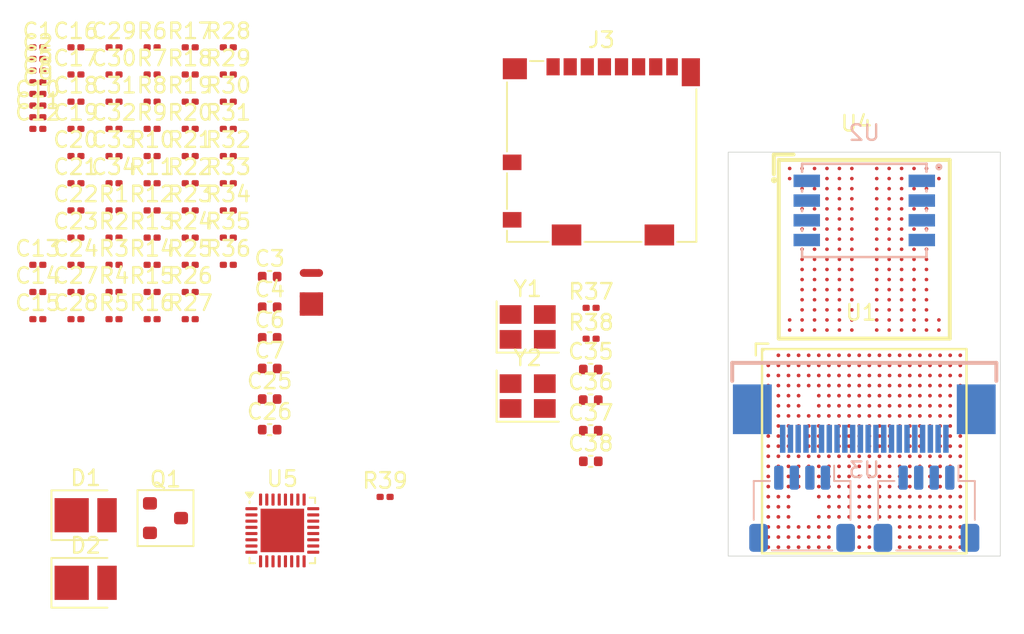
<source format=kicad_pcb>
(kicad_pcb (version 20241229) (generator "pcbnew") (generator_version "9.0")
  (layers (0 "F.Cu" signal) (2 "B.Cu" signal) (13 "F.Paste" user) (15 "B.Paste" user) (5 "F.SilkS" user "F.Silkscreen") (7 "B.SilkS" user "B.Silkscreen") (1 "F.Mask" user) (3 "B.Mask" user) (25 "Edge.Cuts" user))
  (net 0 "")
  (net 2 "Net-(U1E-DDR_DQ21_DQB9)")
  (net 3 "Net-(U1E-DDR_DQ4_DQB2)")
  (net 4 "Net-(U1F-VSS-PadE14)")
  (net 6 "/RAM/DDR.DQS_N2")
  (net 8 "Net-(U1E-DDR_DQ12_DQA9)")
  (net 9 "Net-(U1E-DDR_DQ11_DQA12)")
  (net 11 "/RAM/DDR.DQS_P3")
  (net 13 "/RAM/DDR.CA5")
  (net 15 "Net-(U1E-DDR_DQ13_DQA11)")
  (net 17 "Net-(U1E-DDR_DQ23_DQB15)")
  (net 18 "Net-(U1F-VSS-PadE12)")
  (net 19 "/RAM/DDR.CA1")
  (net 21 "/RAM/DDR.DM2")
  (net 22 "Net-(U1F-VSS-PadA16)")
  (net 25 "/RAM/DDR.DQS_P0")
  (net 28 "Net-(U1E-DDR_DQ19_DQB14)")
  (net 31 "Net-(U1E-DDR_DQ26_DQA2)")
  (net 32 "Net-(U1E-DDR_DQ8_DQA10)")
  (net 36 "/RAM/DDR.DQS_N3")
  (net 38 "Net-(U1E-DDR_DQ0_DQB4)")
  (net 39 "/RAM/DDR.DM0")
  (net 43 "Net-(U1E-DDR_DQ28_DQA6)")
  (net 45 "Net-(U1E-DDR_DQ7_DQB6)")
  (net 53 "/RAM/DDR.CA6")
  (net 54 "Net-(U1E-DDR_DQ29_DQA7)")
  (net 75 "/RAM/DDR.DM1")
  (net 77 "Net-(U1E-DDR_DQ14_DQA13)")
  (net 85 "Net-(U1F-VSS-PadE16)")
  (net 86 "Net-(U1E-DDR_DQ15_DQA15)")
  (net 90 "Net-(U1E-DDR_DQ2_DQB0)")
  (net 92 "/RAM/DDR.CA7")
  (net 95 "/RAM/DDR.DQS_P2")
  (net 96 "Net-(U1E-DDR_DQ9_DQA14)")
  (net 98 "Net-(U1E-DDR_DQ31_DQA0)")
  (net 102 "Net-(U1E-DDR_DQ22_DQB12)")
  (net 103 "Net-(U1E-DDR_DQ30_DQA1)")
  (net 104 "/RAM/DDR.CA0")
  (net 105 "Net-(U1F-VSS-PadC13)")
  (net 107 "/RAM/DDR.DQS_P1")
  (net 110 "Net-(U1E-DDR_DQ1_DQB1)")
  (net 115 "Net-(U1E-DDR_DQ3_DQB5)")
  (net 120 "Net-(U1E-DDR_DQ27_DQA3)")
  (net 129 "/RAM/DDR.CA4")
  (net 133 "Net-(U1E-DDR_DQ6_DQB7)")
  (net 138 "/RAM/DDR.CA3")
  (net 144 "/RAM/DDR.DQS_N0")
  (net 146 "Net-(U1E-DDR_DQ5_DQB3)")
  (net 149 "/RAM/DDR.DM3")
  (net 156 "Net-(U1E-DDR_DQ25_DQA5)")
  (net 158 "/RAM/DDR.DQS_N1")
  (net 160 "/RAM/DDR.CA2")
  (net 166 "Net-(U1E-DDR_DQ10_DQA8)")
  (net 168 "/RAM/DDR.CA8")
  (net 169 "Net-(U1E-DDR_DQ18_DQB13)")
  (net 170 "Net-(U1E-DDR_DQ16_DQB11)")
  (net 174 "Net-(U1E-DDR_DQ17_DQB10)")
  (net 176 "Net-(U1E-DDR_DQ24_DQA4)")
  (net 177 "Net-(U1E-DDR_DQ20_DQB8)")
  (net 179 "/RAM/DDR.CA9")
  (net 185 "/RAM/DDR.VREF_CA")
  (net 186 "GND")
  (net 187 "/RAM/DDR.VREF_DQ")
  (net 188 "DDR_VDDQ")
  (net 190 "DDR_VDD1")
  (net 191 "Net-(U1A-CLK24M_XIN)")
  (net 192 "Net-(U1A-CLK24M_XOUT)")
  (net 193 "Net-(U1A-CLK32K768_XOUT)")
  (net 194 "Net-(U1A-CLK32K768_XIN)")
  (net 195 "Net-(D1-A)")
  (net 197 "+3V3")
  (net 199 "Net-(J3-DAT0)")
  (net 200 "Net-(J3-CMD)")
  (net 201 "Net-(J3-CLK)")
  (net 202 "Net-(J3-DAT3{slash}CD)")
  (net 203 "Net-(J3-DET_A)")
  (net 204 "Net-(J3-DAT2)")
  (net 205 "Net-(J3-DAT1)")
  (net 206 "+1V8")
  (net 207 "+1V2")
  (net 208 "DDR_VDD2")
  (net 209 "DDR_VDDCA")
  (net 211 "Net-(U1E-DDR_ZN)")
  (net 212 "Net-(U4-ZQ)")
  (net 213 "/RAM/DDR.CS")
  (net 214 "/RAM/DDR_CK-")
  (net 215 "/RAM/DDR_CK+")
  (net 216 "/RAM/DDR.ODT")
  (net 217 "/RAM/DDR_CKE")
  (net 218 "Net-(U1D-MIPI_REXT)")
  (net 222 "Net-(U1C-MMC0_D3)")
  (net 228 "Net-(U1C-MMC0_D2)")
  (net 230 "Net-(U1C-MMC0_D0)")
  (net 231 "Net-(U1C-MMC0_CMD)")
  (net 233 "Net-(U1C-MMC0_CLK)")
  (net 234 "Net-(U1C-MMC0_D1)")
  (net 391 "Net-(U1C-QSPI_D3)")
  (net 392 "Net-(U1C-QSPI_D0)")
  (net 393 "Net-(U1C-QSPI_CS)")
  (net 394 "Net-(U1C-QSPI_CLK)")
  (net 395 "Net-(U1C-QSPI_D1)")
  (net 396 "Net-(U1C-QSPI_D2)")
  (footprint "Crystal:Crystal_SMD_Abracon_ABM8AIG-4Pin_3.2x2.5mm" (layer "F.Cu") (at -21.65 -8)
    (property "Reference" "Y1")
    (property "Value" "32.768KHz")
  )
  (footprint "Capacitor_SMD:C_0201_0603Metric" (layer "F.Cu") (at -50.705 -17.25)
    (property "Reference" "C21")
    (property "Value" "100nF")
  )
  (footprint "LED_SMD:LED_PLCC_2835" (layer "F.Cu") (at -50.08 8.47)
    (property "Reference" "D2")
    (property "Value" "LED")
  )
  (footprint "Resistor_SMD:R_0201_0603Metric" (layer "F.Cu") (at -43.355 -15.5)
    (property "Reference" "R23")
    (property "Value" "120R")
  )
  (footprint "Capacitor_SMD:C_0201_0603Metric" (layer "F.Cu") (at -53.155 -8.5)
    (property "Reference" "C15")
    (property "Value" "100nF")
  )
  (footprint "Capacitor_SMD:C_0201_0603Metric" (layer "F.Cu") (at -53.155 -12)
    (property "Reference" "C13")
    (property "Value" "100nF")
  )
  (footprint "Resistor_SMD:R_0201_0603Metric" (layer "F.Cu") (at -43.355 -13.75)
    (property "Reference" "R24")
    (property "Value" "120R")
  )
  (footprint "Capacitor_SMD:C_0201_0603Metric" (layer "F.Cu") (at -50.705 -15.5)
    (property "Reference" "C22")
    (property "Value" "100nF")
  )
  (footprint "Resistor_SMD:R_0201_0603Metric" (layer "F.Cu") (at -45.805 -10.25)
    (property "Reference" "R15")
    (property "Value" "120R")
  )
  (footprint "Resistor_SMD:R_0201_0603Metric" (layer "F.Cu") (at -48.255 -15.5)
    (property "Reference" "R1")
    (property "Value" "240R")
  )
  (footprint "PCM_Package_TO_SOT_SMD_AKL:SOT-23" (layer "F.Cu") (at -44.945 4.305)
    (property "Reference" "Q1")
    (property "Value" "2N7002" (hide yes))
  )
  (footprint "LED_SMD:LED_PLCC_2835" (layer "F.Cu") (at -50.08 4.12)
    (property "Reference" "D1")
    (property "Value" "LED")
  )
  (footprint "Capacitor_SMD:C_0402_1005Metric" (layer "F.Cu") (at -38.245 -9.27)
    (property "Reference" "C4")
    (property "Value" "4.7uF")
  )
  (footprint "Resistor_SMD:R_0201_0603Metric" (layer "F.Cu") (at -40.905 -17.25)
    (property "Reference" "R33")
    (property "Value" "120R")
  )
  (footprint "Resistor_SMD:R_0201_0603Metric" (layer "F.Cu") (at -45.805 -22.5)
    (property "Reference" "R8")
    (property "Value" "120R")
  )
  (footprint "Resistor_SMD:R_0201_0603Metric" (layer "F.Cu") (at -43.355 -22.5)
    (property "Reference" "R19")
    (property "Value" "120R")
  )
  (footprint "Resistor_SMD:R_0201_0603Metric" (layer "F.Cu") (at -43.355 -20.75)
    (property "Reference" "R20")
    (property "Value" "120R")
  )
  (footprint "Capacitor_SMD:C_0402_1005Metric" (layer "F.Cu") (at -17.59 0.65)
    (property "Reference" "C38")
    (property "Value" "15pF")
  )
  (footprint "Capacitor_SMD:C_0402_1005Metric" (layer "F.Cu") (at -38.245 -7.3)
    (property "Reference" "C6")
    (property "Value" "22uF")
  )
  (footprint "Capacitor_SMD:C_0201_0603Metric" (layer "F.Cu") (at -48.255 -19)
    (property "Reference" "C33")
    (property "Value" "100nF")
  )
  (footprint "Capacitor_SMD:C_0201_0603Metric" (layer "F.Cu") (at -48.255 -20.75)
    (property "Reference" "C32")
    (property "Value" "100nF")
  )
  (footprint "Resistor_SMD:R_0201_0603Metric" (layer "F.Cu") (at -43.355 -24.25)
    (property "Reference" "R18")
    (property "Value" "120R")
  )
  (footprint "Capacitor_SMD:C_0201_0603Metric" (layer "F.Cu") (at -48.255 -26)
    (property "Reference" "C29")
    (property "Value" "100nF")
  )
  (footprint "Crystal:Crystal_SMD_Abracon_ABM8AIG-4Pin_3.2x2.5mm" (layer "F.Cu") (at -21.65 -3.55)
    (property "Reference" "Y2")
    (property "Value" "32.768KHz")
  )
  (footprint "Resistor_SMD:R_0201_0603Metric" (layer "F.Cu") (at -40.905 -13.75)
    (property "Reference" "R35")
    (property "Value" "120R")
  )
  (footprint "Resistor_SMD:R_0201_0603Metric" (layer "F.Cu") (at -45.805 -17.25)
    (property "Reference" "R11")
    (property "Value" "120R")
  )
  (footprint "Resistor_SMD:R_0201_0603Metric" (layer "F.Cu") (at -45.805 -26)
    (property "Reference" "R6")
    (property "Value" "120R")
  )
  (footprint "NetTie:NetTie-2_SMD_Pad0.5mm" (layer "F.Cu") (at -35.56 -11.475)
    (property "Reference" "NT1" (hide yes))
    (property "Value" "NetTie_2" (hide yes))
  )
  (footprint "Capacitor_SMD:C_0402_1005Metric" (layer "F.Cu") (at -17.59 -1.32)
    (property "Reference" "C37")
    (property "Value" "15pF")
  )
  (footprint "NetTie:NetTie-4_SMD_Pad0.5mm" (layer "F.Cu") (at -35.56 -9.475)
    (property "Reference" "NT2" (hide yes))
    (property "Value" "NetTie_4" (hide yes))
  )
  (footprint "Capacitor_SMD:C_0402_1005Metric" (layer "F.Cu") (at -17.59 -5.26)
    (property "Reference" "C35")
    (property "Value" "15pF")
  )
  (footprint "Capacitor_SMD:C_0201_0603Metric" (layer "F.Cu") (at -50.705 -12)
    (property "Reference" "C24")
    (property "Value" "100nF")
  )
  (footprint "Capacitor_SMD:C_0402_1005Metric" (layer "F.Cu") (at -38.245 -11.24)
    (property "Reference" "C3")
    (property "Value" "22uF")
  )
  (footprint "Capacitor_SMD:C_0201_0603Metric" (layer "F.Cu") (at -53.155 -21.5)
    (property "Reference" "C11")
    (property "Value" "100nF")
  )
  (footprint "Capacitor_SMD:C_0201_0603Metric" (layer "F.Cu") (at -50.705 -8.5)
    (property "Reference" "C28")
    (property "Value" "100nF")
  )
  (footprint "Resistor_SMD:R_0201_0603Metric" (layer "F.Cu") (at -48.255 -13.75)
    (property "Reference" "R2")
    (property "Value" "240R")
  )
  (footprint "Resistor_SMD:R_0201_0603Metric" (layer "F.Cu") (at -30.82 2.94)
    (property "Reference" "R39")
    (property "Value" "200R")
  )
  (footprint "Capacitor_SMD:C_0201_0603Metric" (layer "F.Cu") (at -50.705 -22.5)
    (property "Reference" "C18")
    (property "Value" "100nF")
  )
  (footprint "Resistor_SMD:R_0201_0603Metric" (layer "F.Cu") (at -43.355 -19)
    (property "Reference" "R21")
    (property "Value" "120R")
  )
  (footprint "Resistor_SMD:R_0201_0603Metric" (layer "F.Cu") (at -40.905 -24.25)
    (property "Reference" "R29")
    (property "Value" "120R")
  )
  (footprint "Resistor_SMD:R_0201_0603Metric" (layer "F.Cu") (at -43.355 -17.25)
    (property "Reference" "R22")
    (property "Value" "120R")
  )
  (footprint "Capacitor_SMD:C_0201_0603Metric" (layer "F.Cu") (at -53.155 -10.25)
    (property "Reference" "C14")
    (property "Value" "100nF")
  )
  (footprint "Capacitor_SMD:C_0201_0603Metric" (layer "F.Cu") (at -53.155 -26)
    (property "Reference" "C1")
    (property "Value" "100nF")
  )
  (footprint "Capacitor_SMD:C_0201_0603Metric" (layer "F.Cu") (at -53.155 -22.25)
    (property "Reference" "C10")
    (property "Value" "100nF")
  )
  (footprint "Capacitor_SMD:C_0201_0603Metric" (layer "F.Cu") (at -50.705 -13.75)
    (property "Reference" "C23")
    (property "Value" "100nF")
  )
  (footprint "Capacitor_SMD:C_0201_0603Metric" (layer "F.Cu") (at -50.705 -20.75)
    (property "Reference" "C19")
    (property "Value" "100nF")
  )
  (footprint "Resistor_SMD:R_0201_0603Metric" (layer "F.Cu") (at -40.905 -19)
    (property "Reference" "R32")
    (property "Value" "120R")
  )
  (footprint "Resistor_SMD:R_0201_0603Metric" (layer "F.Cu") (at -40.905 -12)
    (property "Reference" "R36")
    (property "Value" "240R")
  )
  (footprint "Resistor_SMD:R_0201_0603Metric" (layer "F.Cu") (at -43.355 -10.25)
    (property "Reference" "R26")
    (property "Value" "120R")
  )
  (footprint "Package_DFN_QFN:Texas_RSN_WQFN-32-1EP_4x4mm_P0.4mm_EP2.8x2.8mm" (layer "F.Cu") (at -37.43 5.1)
    (property "Reference" "U5")
    (property "Value" "RT9992ZQW")
  )
  (footprint "Capacitor_SMD:C_0201_0603Metric" (layer "F.Cu") (at -48.255 -22.5)
    (property "Reference" "C31")
    (property "Value" "100nF")
  )
  (footprint "Capacitor_SMD:C_0201_0603Metric" (layer "F.Cu") (at -50.705 -24.25)
    (property "Reference" "C17")
    (property "Value" "100nF")
  )
  (footprint "Capacitor_SMD:C_0201_0603Metric" (layer "F.Cu") (at -53.155 -23.75)
    (property "Reference" "C8")
    (property "Value" "100nF")
  )
  (footprint "Resistor_SMD:R_0201_0603Metric" (layer "F.Cu") (at -45.805 -12)
    (property "Reference" "R14")
    (property "Value" "120R")
  )
  (footprint "Capacitor_SMD:C_0201_0603Metric" (layer "F.Cu") (at -53.155 -25.25)
    (property "Reference" "C2")
    (property "Value" "100nF")
  )
  (footprint "Resistor_SMD:R_0201_0603Metric" (layer "F.Cu") (at -45.805 -13.75)
    (property "Reference" "R13")
    (property "Value" "120R")
  )
  (footprint "Resistor_SMD:R_0201_0603Metric" (layer "F.Cu") (at -40.905 -15.5)
    (property "Reference" "R34")
    (property "Value" "120R")
  )
  (footprint "Connector_Card:microSD_HC_Molex_104031-0811" (layer "F.Cu") (at -16.91 -19.295)
    (property "Reference" "J3")
    (property "Value" "Micro_SD_Card_Det2")
  )
  (footprint "Resistor_SMD:R_0201_0603Metric" (layer "F.Cu") (at -45.805 -24.25)
    (property "Reference" "R7")
    (property "Value" "120R")
  )
  (footprint "Resistor_SMD:R_0201_0603Metric" (layer "F.Cu") (at -40.905 -22.5)
    (property "Reference" "R30")
    (property "Value" "120R")
  )
  (footprint "Resistor_SMD:R_0201_0603Metric" (layer "F.Cu") (at -17.57 -7.24)
    (property "Reference" "R38")
    (property "Value" "1M")
  )
  (footprint "Resistor_SMD:R_0201_0603Metric" (layer "F.Cu") (at -45.805 -8.5)
    (property "Reference" "R16")
    (property "Value" "120R")
  )
  (footprint "Capacitor_SMD:C_0201_0603Metric" (layer "F.Cu") (at -53.155 -23)
    (property "Reference" "C9")
    (property "Value" "100nF")
  )
  (footprint "Capacitor_SMD:C_0402_1005Metric" (layer "F.Cu") (at -38.245 -5.33)
    (property "Reference" "C7")
    (property "Value" "4.7uF")
  )
  (footprint "Resistor_SMD:R_0201_0603Metric" (layer "F.Cu") (at -45.805 -19)
    (property "Reference" "R10")
    (property "Value" "120R")
  )
  (footprint "Resistor_SMD:R_0201_0603Metric" (layer "F.Cu") (at -45.805 -20.75)
    (property "Reference" "R9")
    (property "Value" "120R")
  )
  (footprint "footprints:BGA-178_L11.5W11.0-P0.65-TL" (layer "F.Cu") (at 0 -13)
    (property "Reference" "U4")
    (property "Value" "K4E8E324ED-EGCG")
  )
  (footprint "Resistor_SMD:R_0201_0603Metric" (layer "F.Cu") (at -43.355 -12)
    (property "Reference" "R25")
    (property "Value" "120R")
  )
  (footprint "Capacitor_SMD:C_0402_1005Metric" (layer "F.Cu") (at -17.59 -3.29)
    (property "Reference" "C36")
    (property "Value" "15pF")
  )
  (footprint "Resistor_SMD:R_0201_0603Metric" (layer "F.Cu") (at -45.805 -15.5)
    (property "Reference" "R12")
    (property "Value" "120R")
  )
  (footprint "Capacitor_SMD:C_0201_0603Metric" (layer "F.Cu") (at -48.255 -17.25)
    (property "Reference" "C34")
    (property "Value" "100nF")
  )
  (footprint "Resistor_SMD:R_0201_0603Metric" (layer "F.Cu") (at -43.355 -8.5)
    (property "Reference" "R27")
    (property "Value" "120R")
  )
  (footprint "Capacitor_SMD:C_0402_1005Metric" (layer "F.Cu") (at -38.245 -3.36)
    (property "Reference" "C25")
    (property "Value" "22uF")
  )
  (footprint "Resistor_SMD:R_0201_0603Metric" (layer "F.Cu") (at -48.255 -8.5)
    (property "Reference" "R5")
    (property "Value" "120R")
  )
  (footprint "Resistor_SMD:R_0201_0603Metric" (layer "F.Cu") (at -48.255 -10.25)
    (property "Reference" "R4")
    (property "Value" "120R")
  )
  (footprint "Resistor_SMD:R_0201_0603Metric" (layer "F.Cu") (at -40.905 -20.75)
    (property "Reference" "R31")
    (property "Value" "120R")
  )
  (footprint "Resistor_SMD:R_0201_0603Metric" (layer "F.Cu") (at -17.57 -9.23)
    (property "Reference" "R37")
    (property "Value" "1M")
  )
  (footprint "Capacitor_SMD:C_0201_0603Metric" (layer "F.Cu") (at -50.705 -26)
    (property "Reference" "C16")
    (property "Value" "100nF")
  )
  (footprint "Capacitor_SMD:C_0201_0603Metric" (layer "F.Cu") (at -50.705 -10.25)
    (property "Reference" "C27")
    (property "Value" "100nF")
  )
  (footprint "Resistor_SMD:R_0201_0603Metric" (layer "F.Cu") (at -40.905 -26)
    (property "Reference" "R28")
    (property "Value" "120R")
  )
  (footprint "Resistor_SMD:R_0201_0603Metric" (layer "F.Cu") (at -48.255 -12)
    (property "Reference" "R3")
    (property "Value" "120R")
  )
  (footprint "Capacitor_SMD:C_0201_0603Metric" (layer "F.Cu") (at -53.155 -24.5)
    (property "Reference" "C5")
    (property "Value" "100nF")
  )
  (footprint "Capacitor_SMD:C_0201_0603Metric" (layer "F.Cu") (at -50.705 -19)
    (property "Reference" "C20")
    (property "Value" "100nF")
  )
  (footprint "Resistor_SMD:R_0201_0603Metric" (layer "F.Cu") (at -43.355 -26)
    (property "Reference" "R17")
    (property "Value" "120R")
  )
  (footprint "Capacitor_SMD:C_0402_1005Metric" (layer "F.Cu") (at -38.245 -1.39)
    (property "Reference" "C26")
    (property "Value" "4.7uF")
  )
  (footprint "Capacitor_SMD:C_0201_0603Metric" (layer "F.Cu") (at -53.155 -20.75)
    (property "Reference" "C12")
    (property "Value" "100nF")
  )
  (footprint "Capacitor_SMD:C_0201_0603Metric" (layer "F.Cu") (at -48.255 -24.25)
    (property "Reference" "C30")
    (property "Value" "100nF")
  )
  (footprint "footprints:BGA-390_L13.0-W13.0-P0.65-TL_C9900054646" (layer "F.Cu") (at 0 0)
    (property "Reference" "U1")
    (property "Value" "K230_Rewired")
  )
  (footprint "footprints:FPC-SMD_22P-P0.50_HC-FPC-0.5-22P-CXH20" (layer "B.Cu") (at 0 -1.75)
    (property "Reference" "U3")
    (property "Value" "HC-FPC-0_5-22P-CXH20")
  )
  (footprint "Custom:JST_SH_SM04B-SRSS-TB_1x04-1MP_P1.00mm_Horizontal" (layer "B.Cu") (at 4 3.7 180)
    (property "Reference" "J2" (hide yes))
    (property "Value" "REV_JST_SMD")
  )
  (footprint "footprints:LGA-8_L8.0-W6.0-P1.27-TL-1" (layer "B.Cu") (at 0 -15.5 180)
    (property "Reference" "U2")
    (property "Value" "ZDSD04GLGEAG")
  )
  (footprint "Custom:JST_SH_SM04B-SRSS-TB_1x04-1MP_P1.00mm_Horizontal" (layer "B.Cu") (at -4 3.7 180)
    (property "Reference" "J1" (hide yes))
    (property "Value" "REV_JST_SMD")
  )
  (gr_rect (start -8.75 -19.25) (end 8.75 6.75) (stroke (width 0.05)) (fill no) (layer "Edge.Cuts"))
)
</source>
